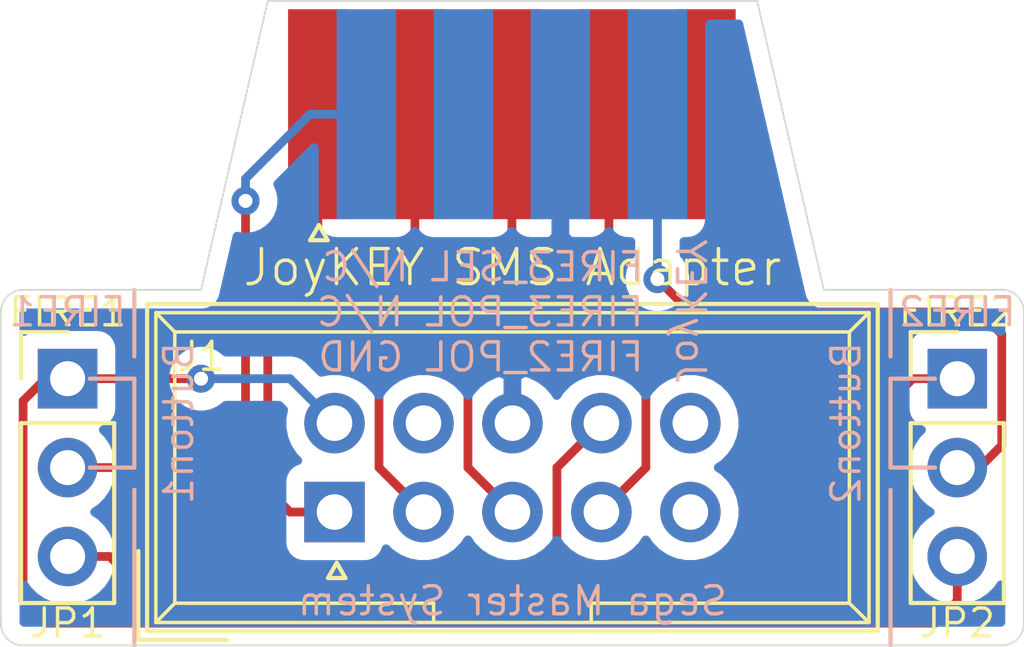
<source format=kicad_pcb>
(kicad_pcb (version 20171130) (host pcbnew "(5.1.8)-1")

  (general
    (thickness 1.6)
    (drawings 32)
    (tracks 58)
    (zones 0)
    (modules 4)
    (nets 10)
  )

  (page A4)
  (layers
    (0 F.Cu signal hide)
    (31 B.Cu signal hide)
    (32 B.Adhes user)
    (33 F.Adhes user)
    (34 B.Paste user)
    (35 F.Paste user)
    (36 B.SilkS user)
    (37 F.SilkS user)
    (38 B.Mask user)
    (39 F.Mask user)
    (40 Dwgs.User user)
    (41 Cmts.User user)
    (42 Eco1.User user)
    (43 Eco2.User user)
    (44 Edge.Cuts user)
    (45 Margin user)
    (46 B.CrtYd user)
    (47 F.CrtYd user)
    (48 B.Fab user)
    (49 F.Fab user)
  )

  (setup
    (last_trace_width 0.25)
    (trace_clearance 0.2)
    (zone_clearance 0.508)
    (zone_45_only no)
    (trace_min 0.2)
    (via_size 0.8)
    (via_drill 0.4)
    (via_min_size 0.4)
    (via_min_drill 0.3)
    (uvia_size 0.3)
    (uvia_drill 0.1)
    (uvias_allowed no)
    (uvia_min_size 0.2)
    (uvia_min_drill 0.1)
    (edge_width 0.05)
    (segment_width 0.2)
    (pcb_text_width 0.3)
    (pcb_text_size 1.5 1.5)
    (mod_edge_width 0.12)
    (mod_text_size 1 1)
    (mod_text_width 0.15)
    (pad_size 1.524 1.524)
    (pad_drill 0.762)
    (pad_to_mask_clearance 0)
    (aux_axis_origin 0 0)
    (visible_elements 7FFFFFFF)
    (pcbplotparams
      (layerselection 0x011fc_ffffffff)
      (usegerberextensions true)
      (usegerberattributes false)
      (usegerberadvancedattributes false)
      (creategerberjobfile false)
      (excludeedgelayer true)
      (linewidth 0.100000)
      (plotframeref false)
      (viasonmask false)
      (mode 1)
      (useauxorigin false)
      (hpglpennumber 1)
      (hpglpenspeed 20)
      (hpglpendiameter 15.000000)
      (psnegative false)
      (psa4output false)
      (plotreference true)
      (plotvalue true)
      (plotinvisibletext false)
      (padsonsilk false)
      (subtractmaskfromsilk false)
      (outputformat 1)
      (mirror false)
      (drillshape 0)
      (scaleselection 1)
      (outputdirectory "export/"))
  )

  (net 0 "")
  (net 1 GND)
  (net 2 /UP)
  (net 3 /DOWN)
  (net 4 /LEFT)
  (net 5 /RIGHT)
  (net 6 /FIRE1)
  (net 7 /FIRE2)
  (net 8 /FIRE1_IN)
  (net 9 /FIRE2_IN)

  (net_class Default "This is the default net class."
    (clearance 0.2)
    (trace_width 0.25)
    (via_dia 0.8)
    (via_drill 0.4)
    (uvia_dia 0.3)
    (uvia_drill 0.1)
    (add_net /DOWN)
    (add_net /FIRE1)
    (add_net /FIRE1_IN)
    (add_net /FIRE2)
    (add_net /FIRE2_IN)
    (add_net /LEFT)
    (add_net /RIGHT)
    (add_net /UP)
    (add_net GND)
  )

  (module RND_DSUB:DSUB-9_Female_Edge (layer F.Cu) (tedit 5FF655D5) (tstamp 5FD2AA8D)
    (at 142.24 78.105)
    (descr "Straight DE-9 connector, the blue kind with metal shield removed (solder to pads).")
    (tags "9-pin D-Sub connector straight vertical THT male pitch 2.77x2.84mm mounting holes distance 25mm")
    (path /5FD232F5)
    (fp_text reference J2 (at 0 -4.445 180) (layer F.SilkS)
      (effects (font (size 1 1) (thickness 0.15)))
    )
    (fp_text value SMS (at 0 -5.715 180) (layer F.Fab)
      (effects (font (size 1 1) (thickness 0.15)))
    )
    (fp_text user %R (at 4.1755 1.4375 180) (layer F.Fab)
      (effects (font (size 1 1) (thickness 0.15)))
    )
    (fp_arc (start -5.373321 -2.7889) (end -5.373321 -4.4489) (angle -80) (layer Dwgs.User) (width 0.12))
    (fp_arc (start 5.291521 -2.7889) (end 5.291521 -4.4489) (angle 80) (layer Dwgs.User) (width 0.12))
    (fp_arc (start -6.272589 2.3111) (end -6.272589 3.9711) (angle 100) (layer Dwgs.User) (width 0.12))
    (fp_arc (start 6.190789 2.3111) (end 6.190789 3.9711) (angle -100) (layer Dwgs.User) (width 0.12))
    (fp_arc (start -5.410227 -2.7889) (end -5.410227 -4.3889) (angle -80) (layer F.Fab) (width 0.1))
    (fp_arc (start 5.277627 -2.7889) (end 5.277627 -4.3889) (angle 80) (layer F.Fab) (width 0.1))
    (fp_arc (start -6.309494 2.3111) (end -6.309494 3.9111) (angle 100) (layer F.Fab) (width 0.1))
    (fp_arc (start 6.176894 2.3111) (end 6.176894 3.9111) (angle -100) (layer F.Fab) (width 0.1))
    (fp_line (start -8.001 4.064) (end 8.001 4.064) (layer F.CrtYd) (width 0.05))
    (fp_line (start -8.001 -4.572) (end -8.001 4.064) (layer F.CrtYd) (width 0.05))
    (fp_line (start 8.001 -4.572) (end -8.001 -4.572) (layer F.CrtYd) (width 0.05))
    (fp_line (start 8.001 4.064) (end 8.001 -4.572) (layer F.CrtYd) (width 0.05))
    (fp_line (start 7.82557 2.022844) (end 6.926302 -3.077156) (layer Dwgs.User) (width 0.12))
    (fp_line (start -7.90737 2.022844) (end -7.008102 -3.077156) (layer Dwgs.User) (width 0.12))
    (fp_line (start 5.291521 -4.4489) (end -5.373321 -4.4489) (layer Dwgs.User) (width 0.12))
    (fp_line (start 6.190789 3.9711) (end -6.272589 3.9711) (layer Dwgs.User) (width 0.12))
    (fp_line (start 7.752587 2.033263) (end 6.853319 -3.066737) (layer F.Fab) (width 0.1))
    (fp_line (start -7.885187 2.033263) (end -6.985919 -3.066737) (layer F.Fab) (width 0.1))
    (fp_line (start 5.277627 -4.3889) (end -5.410227 -4.3889) (layer F.Fab) (width 0.1))
    (fp_line (start 6.176894 3.9111) (end -6.309494 3.9111) (layer F.Fab) (width 0.1))
    (fp_line (start -5.5245 3.230425) (end -5.2745 3.663438) (layer F.SilkS) (width 0.12))
    (fp_line (start -5.7745 3.663438) (end -5.5245 3.230425) (layer F.SilkS) (width 0.12))
    (fp_line (start -5.2745 3.663438) (end -5.7745 3.663438) (layer F.SilkS) (width 0.12))
    (pad 6 smd rect (at -4.1705 0.0635 180) (size 1.7 6) (layers B.Cu B.Paste B.Mask)
      (net 6 /FIRE1))
    (pad 7 smd rect (at -1.4005 0.0635 180) (size 1.7 6) (layers B.Cu B.Paste B.Mask))
    (pad 8 smd rect (at 1.3695 0.0635 180) (size 1.7 6) (layers B.Cu B.Paste B.Mask)
      (net 1 GND))
    (pad 9 smd rect (at 4.1395 0.0635 180) (size 1.7 6) (layers B.Cu B.Paste B.Mask)
      (net 7 /FIRE2))
    (pad 1 smd rect (at -5.5555 0.0635 180) (size 1.7 6) (layers F.Cu F.Paste F.Mask)
      (net 2 /UP))
    (pad 2 smd rect (at -2.7855 0.0635 180) (size 1.7 6) (layers F.Cu F.Paste F.Mask)
      (net 3 /DOWN))
    (pad 3 smd rect (at -0.0155 0.0635 180) (size 1.7 6) (layers F.Cu F.Paste F.Mask)
      (net 4 /LEFT))
    (pad 4 smd rect (at 2.7545 0.0635 180) (size 1.7 6) (layers F.Cu F.Paste F.Mask)
      (net 5 /RIGHT))
    (pad 5 smd rect (at 5.5245 0.0635 180) (size 1.7 6) (layers F.Cu F.Paste F.Mask))
    (model ${KISYS3DMOD}/Connectors_DSub.3dshapes/DSUB-9_Male_Vertical_Pitch2.77x2.84mm.wrl
      (at (xyz 0 0 0))
      (scale (xyz 1 1 1))
      (rotate (xyz 0 0 0))
    )
  )

  (module Pin_Headers:Pin_Header_Straight_1x03_Pitch2.54mm (layer F.Cu) (tedit 59650532) (tstamp 5FD2B363)
    (at 154.94 85.725)
    (descr "Through hole straight pin header, 1x03, 2.54mm pitch, single row")
    (tags "Through hole pin header THT 1x03 2.54mm single row")
    (path /5FD30CB5)
    (fp_text reference JP2 (at 0 6.985) (layer F.SilkS)
      (effects (font (size 0.8 0.8) (thickness 0.1)))
    )
    (fp_text value FIRE2_SEL (at 0 8.255) (layer F.SilkS)
      (effects (font (size 0.8 0.8) (thickness 0.1)))
    )
    (fp_line (start 1.8 -1.8) (end -1.8 -1.8) (layer F.CrtYd) (width 0.05))
    (fp_line (start 1.8 6.85) (end 1.8 -1.8) (layer F.CrtYd) (width 0.05))
    (fp_line (start -1.8 6.85) (end 1.8 6.85) (layer F.CrtYd) (width 0.05))
    (fp_line (start -1.8 -1.8) (end -1.8 6.85) (layer F.CrtYd) (width 0.05))
    (fp_line (start -1.33 -1.33) (end 0 -1.33) (layer F.SilkS) (width 0.12))
    (fp_line (start -1.33 0) (end -1.33 -1.33) (layer F.SilkS) (width 0.12))
    (fp_line (start -1.33 1.27) (end 1.33 1.27) (layer F.SilkS) (width 0.12))
    (fp_line (start 1.33 1.27) (end 1.33 6.41) (layer F.SilkS) (width 0.12))
    (fp_line (start -1.33 1.27) (end -1.33 6.41) (layer F.SilkS) (width 0.12))
    (fp_line (start -1.33 6.41) (end 1.33 6.41) (layer F.SilkS) (width 0.12))
    (fp_line (start -1.27 -0.635) (end -0.635 -1.27) (layer F.Fab) (width 0.1))
    (fp_line (start -1.27 6.35) (end -1.27 -0.635) (layer F.Fab) (width 0.1))
    (fp_line (start 1.27 6.35) (end -1.27 6.35) (layer F.Fab) (width 0.1))
    (fp_line (start 1.27 -1.27) (end 1.27 6.35) (layer F.Fab) (width 0.1))
    (fp_line (start -0.635 -1.27) (end 1.27 -1.27) (layer F.Fab) (width 0.1))
    (fp_text user %R (at 0 2.54 90) (layer F.Fab)
      (effects (font (size 1 1) (thickness 0.15)))
    )
    (pad 1 thru_hole rect (at 0 0) (size 1.7 1.7) (drill 1) (layers *.Cu *.Mask)
      (net 9 /FIRE2_IN))
    (pad 2 thru_hole oval (at 0 2.54) (size 1.7 1.7) (drill 1) (layers *.Cu *.Mask)
      (net 7 /FIRE2))
    (pad 3 thru_hole oval (at 0 5.08) (size 1.7 1.7) (drill 1) (layers *.Cu *.Mask)
      (net 8 /FIRE1_IN))
    (model ${KISYS3DMOD}/Pin_Headers.3dshapes/Pin_Header_Straight_1x03_Pitch2.54mm.wrl
      (at (xyz 0 0 0))
      (scale (xyz 1 1 1))
      (rotate (xyz 0 0 0))
    )
  )

  (module "C64 IDC:IDC_Joystick" (layer F.Cu) (tedit 5FD29ED6) (tstamp 5FD2915C)
    (at 137.16 89.535 90)
    (descr "Through hole straight IDC box header, 2x05, 2.54mm pitch, double rows")
    (tags "Through hole IDC box header THT 2x05 2.54mm double row")
    (path /5FD1F19D)
    (fp_text reference J1 (at 4.445 -3.81 180) (layer F.SilkS)
      (effects (font (size 0.8 0.8) (thickness 0.1)))
    )
    (fp_text value JoyKEY (at 1.27 16.764 90) (layer F.Fab)
      (effects (font (size 1 1) (thickness 0.15)))
    )
    (fp_line (start 5.695 -5.1) (end 5.695 15.26) (layer F.SilkS) (width 0.1))
    (fp_line (start 5.145 -4.56) (end 5.145 14.7) (layer F.SilkS) (width 0.1))
    (fp_line (start -3.155 -5.1) (end -3.155 15.26) (layer F.SilkS) (width 0.1))
    (fp_line (start -2.605 -4.56) (end -2.605 2.83) (layer F.SilkS) (width 0.1))
    (fp_line (start -2.605 7.33) (end -2.605 14.7) (layer F.SilkS) (width 0.1))
    (fp_line (start -2.605 2.83) (end -3.155 2.83) (layer F.SilkS) (width 0.1))
    (fp_line (start -2.605 7.33) (end -3.155 7.33) (layer F.SilkS) (width 0.1))
    (fp_line (start 5.695 -5.1) (end -3.155 -5.1) (layer F.SilkS) (width 0.1))
    (fp_line (start 5.145 -4.56) (end -2.605 -4.56) (layer F.SilkS) (width 0.1))
    (fp_line (start 5.695 15.26) (end -3.155 15.26) (layer F.SilkS) (width 0.1))
    (fp_line (start 5.145 14.7) (end -2.605 14.7) (layer F.SilkS) (width 0.1))
    (fp_line (start 5.695 -5.1) (end 5.145 -4.56) (layer F.SilkS) (width 0.1))
    (fp_line (start 5.695 15.26) (end 5.145 14.7) (layer F.SilkS) (width 0.1))
    (fp_line (start -3.155 -5.1) (end -2.605 -4.56) (layer F.SilkS) (width 0.1))
    (fp_line (start -3.155 15.26) (end -2.605 14.7) (layer F.SilkS) (width 0.1))
    (fp_line (start 5.95 -5.35) (end 5.95 15.51) (layer F.CrtYd) (width 0.05))
    (fp_line (start 5.95 15.51) (end -3.41 15.51) (layer F.CrtYd) (width 0.05))
    (fp_line (start -3.41 15.51) (end -3.41 -5.35) (layer F.CrtYd) (width 0.05))
    (fp_line (start -3.41 -5.35) (end 5.95 -5.35) (layer F.CrtYd) (width 0.05))
    (fp_line (start 5.945 -5.35) (end 5.945 15.51) (layer F.SilkS) (width 0.12))
    (fp_line (start 5.945 15.51) (end -3.405 15.51) (layer F.SilkS) (width 0.12))
    (fp_line (start -3.405 15.51) (end -3.405 -5.35) (layer F.SilkS) (width 0.12))
    (fp_line (start -3.405 -5.35) (end 5.945 -5.35) (layer F.SilkS) (width 0.12))
    (fp_line (start -3.655 -5.6) (end -3.655 -3.06) (layer F.SilkS) (width 0.12))
    (fp_line (start -3.655 -5.6) (end -1.115 -5.6) (layer F.SilkS) (width 0.12))
    (fp_line (start -1.452425 0.0635) (end -1.885438 0.3135) (layer F.SilkS) (width 0.12))
    (fp_line (start -1.885438 -0.1865) (end -1.452425 0.0635) (layer F.SilkS) (width 0.12))
    (fp_line (start -1.885438 0.3135) (end -1.885438 -0.1865) (layer F.SilkS) (width 0.12))
    (fp_text user %R (at 1.27 5.08 90) (layer F.Fab)
      (effects (font (size 1 1) (thickness 0.15)))
    )
    (pad 10 thru_hole oval (at 2.54 10.16 90) (size 1.7272 1.7272) (drill 1.016) (layers *.Cu *.Mask))
    (pad 9 thru_hole oval (at 2.54 7.62 90) (size 1.7272 1.7272) (drill 1.016) (layers *.Cu *.Mask)
      (net 9 /FIRE2_IN))
    (pad 8 thru_hole oval (at 2.54 5.08 90) (size 1.7272 1.7272) (drill 1.016) (layers *.Cu *.Mask)
      (net 1 GND))
    (pad 7 thru_hole oval (at 2.54 2.54 90) (size 1.7272 1.7272) (drill 1.016) (layers *.Cu *.Mask))
    (pad 6 thru_hole oval (at 2.54 0 90) (size 1.7272 1.7272) (drill 1.016) (layers *.Cu *.Mask)
      (net 8 /FIRE1_IN))
    (pad 5 thru_hole oval (at 0 10.16 90) (size 1.7272 1.7272) (drill 1.016) (layers *.Cu *.Mask))
    (pad 4 thru_hole oval (at 0 7.62 90) (size 1.7272 1.7272) (drill 1.016) (layers *.Cu *.Mask)
      (net 5 /RIGHT))
    (pad 3 thru_hole oval (at 0 5.08 90) (size 1.7272 1.7272) (drill 1.016) (layers *.Cu *.Mask)
      (net 4 /LEFT))
    (pad 2 thru_hole oval (at 0 2.54 90) (size 1.7272 1.7272) (drill 1.016) (layers *.Cu *.Mask)
      (net 3 /DOWN))
    (pad 1 thru_hole rect (at 0 0 90) (size 1.7272 1.7272) (drill 1.016) (layers *.Cu *.Mask)
      (net 2 /UP))
    (model ${KISYS3DMOD}/Connector_IDC.3dshapes/IDC-Header_2x05_P2.54mm_Vertical.wrl
      (at (xyz 0 0 0))
      (scale (xyz 1 1 1))
      (rotate (xyz 0 0 0))
    )
  )

  (module Pin_Headers:Pin_Header_Straight_1x03_Pitch2.54mm (layer F.Cu) (tedit 59650532) (tstamp 5FD2B1CC)
    (at 129.54 85.725)
    (descr "Through hole straight pin header, 1x03, 2.54mm pitch, single row")
    (tags "Through hole pin header THT 1x03 2.54mm single row")
    (path /5FD2FDB9)
    (fp_text reference JP1 (at 0 6.985) (layer F.SilkS)
      (effects (font (size 0.8 0.8) (thickness 0.1)))
    )
    (fp_text value FIRE1_SEL (at 0 8.255) (layer F.SilkS)
      (effects (font (size 0.8 0.8) (thickness 0.1)))
    )
    (fp_line (start -0.635 -1.27) (end 1.27 -1.27) (layer F.Fab) (width 0.1))
    (fp_line (start 1.27 -1.27) (end 1.27 6.35) (layer F.Fab) (width 0.1))
    (fp_line (start 1.27 6.35) (end -1.27 6.35) (layer F.Fab) (width 0.1))
    (fp_line (start -1.27 6.35) (end -1.27 -0.635) (layer F.Fab) (width 0.1))
    (fp_line (start -1.27 -0.635) (end -0.635 -1.27) (layer F.Fab) (width 0.1))
    (fp_line (start -1.33 6.41) (end 1.33 6.41) (layer F.SilkS) (width 0.12))
    (fp_line (start -1.33 1.27) (end -1.33 6.41) (layer F.SilkS) (width 0.12))
    (fp_line (start 1.33 1.27) (end 1.33 6.41) (layer F.SilkS) (width 0.12))
    (fp_line (start -1.33 1.27) (end 1.33 1.27) (layer F.SilkS) (width 0.12))
    (fp_line (start -1.33 0) (end -1.33 -1.33) (layer F.SilkS) (width 0.12))
    (fp_line (start -1.33 -1.33) (end 0 -1.33) (layer F.SilkS) (width 0.12))
    (fp_line (start -1.8 -1.8) (end -1.8 6.85) (layer F.CrtYd) (width 0.05))
    (fp_line (start -1.8 6.85) (end 1.8 6.85) (layer F.CrtYd) (width 0.05))
    (fp_line (start 1.8 6.85) (end 1.8 -1.8) (layer F.CrtYd) (width 0.05))
    (fp_line (start 1.8 -1.8) (end -1.8 -1.8) (layer F.CrtYd) (width 0.05))
    (fp_text user %R (at 0 2.54 90) (layer F.Fab)
      (effects (font (size 1 1) (thickness 0.15)))
    )
    (pad 3 thru_hole oval (at 0 5.08) (size 1.7 1.7) (drill 1) (layers *.Cu *.Mask)
      (net 9 /FIRE2_IN))
    (pad 2 thru_hole oval (at 0 2.54) (size 1.7 1.7) (drill 1) (layers *.Cu *.Mask)
      (net 6 /FIRE1))
    (pad 1 thru_hole rect (at 0 0) (size 1.7 1.7) (drill 1) (layers *.Cu *.Mask)
      (net 8 /FIRE1_IN))
    (model ${KISYS3DMOD}/Pin_Headers.3dshapes/Pin_Header_Straight_1x03_Pitch2.54mm.wrl
      (at (xyz 0 0 0))
      (scale (xyz 1 1 1))
      (rotate (xyz 0 0 0))
    )
  )

  (gr_text "Sega Master System" (at 142.24 92.075) (layer B.SilkS) (tstamp 5FF6B65F)
    (effects (font (size 0.8 0.8) (thickness 0.1)) (justify mirror))
  )
  (gr_text FIRE1 (at 129.54 83.82) (layer F.SilkS) (tstamp 5FD2C7BE)
    (effects (font (size 0.8 0.8) (thickness 0.1)))
  )
  (gr_text FIRE2 (at 154.94 83.82) (layer F.SilkS) (tstamp 5FD2C7BA)
    (effects (font (size 0.8 0.8) (thickness 0.1)))
  )
  (gr_text JoyKEY (at 147.32 83.82 270) (layer B.SilkS) (tstamp 5FD2C5BA)
    (effects (font (size 0.8 0.8) (thickness 0.1)) (justify mirror))
  )
  (gr_text "FIRE3_SEL N/C\nFIRE3_POL N/C\nFIRE2_POL GND" (at 146.05 83.82) (layer B.SilkS)
    (effects (font (size 0.8 0.8) (thickness 0.1)) (justify left mirror))
  )
  (gr_line (start 153.035 93.345) (end 153.035 88.9) (layer B.SilkS) (width 0.12) (tstamp 5FD2C21A))
  (gr_text Button2 (at 151.765 86.995 90) (layer B.SilkS) (tstamp 5FD2C19C)
    (effects (font (size 0.8 0.8) (thickness 0.1)) (justify mirror))
  )
  (gr_text FIRE2 (at 154.94 83.82) (layer B.SilkS) (tstamp 5FD2C196)
    (effects (font (size 0.8 0.8) (thickness 0.1)) (justify mirror))
  )
  (gr_text FIRE1 (at 129.54 83.82) (layer B.SilkS) (tstamp 5FD2C0ED)
    (effects (font (size 0.8 0.8) (thickness 0.1)) (justify mirror))
  )
  (gr_text Button1 (at 132.715 86.995 90) (layer B.SilkS)
    (effects (font (size 0.8 0.8) (thickness 0.1)) (justify mirror))
  )
  (gr_line (start 153.035 88.265) (end 154.305 88.265) (layer B.SilkS) (width 0.12))
  (gr_line (start 153.035 85.725) (end 153.035 88.265) (layer B.SilkS) (width 0.12))
  (gr_line (start 153.035 85.725) (end 154.305 85.725) (layer B.SilkS) (width 0.12))
  (gr_line (start 153.035 83.185) (end 153.035 85.09) (layer B.SilkS) (width 0.12))
  (gr_line (start 131.445 88.9) (end 131.445 93.345) (layer B.SilkS) (width 0.12))
  (gr_line (start 131.445 88.265) (end 130.175 88.265) (layer B.SilkS) (width 0.12))
  (gr_line (start 131.445 85.725) (end 131.445 88.265) (layer B.SilkS) (width 0.12))
  (gr_line (start 130.175 85.725) (end 131.445 85.725) (layer B.SilkS) (width 0.12))
  (gr_line (start 131.445 83.185) (end 131.445 85.09) (layer B.SilkS) (width 0.12))
  (gr_text "JoyKEY SMS Adapter" (at 142.24 82.55) (layer F.SilkS)
    (effects (font (size 1 1) (thickness 0.1)))
  )
  (gr_line (start 151.13 83.185) (end 156.21 83.185) (layer Edge.Cuts) (width 0.05) (tstamp 5FD2B03F))
  (gr_line (start 133.35 83.185) (end 128.27 83.185) (layer Edge.Cuts) (width 0.05) (tstamp 5FD2B03E))
  (gr_arc (start 156.21 83.82) (end 156.845 83.82) (angle -90) (layer Edge.Cuts) (width 0.05) (tstamp 5FD2B027))
  (gr_arc (start 128.27 83.82) (end 128.27 83.185) (angle -90) (layer Edge.Cuts) (width 0.05) (tstamp 5FD2B027))
  (gr_arc (start 128.27 92.71) (end 127.635 92.71) (angle -90) (layer Edge.Cuts) (width 0.05) (tstamp 5FD2B027))
  (gr_arc (start 156.21 92.71) (end 156.21 93.345) (angle -90) (layer Edge.Cuts) (width 0.05))
  (gr_line (start 149.225 74.93) (end 151.13 83.185) (layer Edge.Cuts) (width 0.05))
  (gr_line (start 135.255 74.93) (end 133.35 83.185) (layer Edge.Cuts) (width 0.05))
  (gr_line (start 156.845 83.82) (end 156.845 92.71) (layer Edge.Cuts) (width 0.05) (tstamp 5FD2AFB5))
  (gr_line (start 135.255 74.93) (end 149.225 74.93) (layer Edge.Cuts) (width 0.05))
  (gr_line (start 127.635 92.71) (end 127.635 83.82) (layer Edge.Cuts) (width 0.05))
  (gr_line (start 156.21 93.345) (end 128.27 93.345) (layer Edge.Cuts) (width 0.05))

  (segment (start 136.6845 81.4185) (end 135.255 82.848) (width 0.25) (layer F.Cu) (net 2))
  (segment (start 136.6845 78.1685) (end 136.6845 81.4185) (width 0.25) (layer F.Cu) (net 2) (status 10))
  (segment (start 135.255 88.9) (end 135.89 89.535) (width 0.25) (layer F.Cu) (net 2))
  (segment (start 135.255 82.848) (end 135.255 88.9) (width 0.25) (layer F.Cu) (net 2))
  (segment (start 135.89 89.535) (end 137.16 89.535) (width 0.25) (layer F.Cu) (net 2) (status 20))
  (segment (start 138.43 88.265) (end 139.7 89.535) (width 0.25) (layer F.Cu) (net 3) (status 20))
  (segment (start 138.43 85.725) (end 138.43 88.265) (width 0.25) (layer F.Cu) (net 3))
  (segment (start 139.4545 84.7005) (end 138.43 85.725) (width 0.25) (layer F.Cu) (net 3))
  (segment (start 139.4545 78.1685) (end 139.4545 84.7005) (width 0.25) (layer F.Cu) (net 3) (status 10))
  (segment (start 140.97 88.265) (end 142.24 89.535) (width 0.25) (layer F.Cu) (net 4))
  (segment (start 140.97 85.725) (end 140.97 88.265) (width 0.25) (layer F.Cu) (net 4))
  (segment (start 142.2245 78.1685) (end 142.2245 84.4705) (width 0.25) (layer F.Cu) (net 4))
  (segment (start 142.2245 84.4705) (end 140.97 85.725) (width 0.25) (layer F.Cu) (net 4))
  (segment (start 144.9945 78.1685) (end 144.9945 84.6695) (width 0.25) (layer F.Cu) (net 5) (status 10))
  (segment (start 144.9945 84.6695) (end 146.05 85.725) (width 0.25) (layer F.Cu) (net 5))
  (segment (start 146.05 88.265) (end 144.78 89.535) (width 0.25) (layer F.Cu) (net 5) (status 20))
  (segment (start 146.05 85.725) (end 146.05 88.265) (width 0.25) (layer F.Cu) (net 5))
  (segment (start 138.0695 78.1685) (end 136.4615 78.1685) (width 0.25) (layer B.Cu) (net 6) (status 10))
  (via (at 134.62 80.645) (size 0.8) (drill 0.4) (layers F.Cu B.Cu) (net 6))
  (segment (start 136.4615 78.1685) (end 134.62 80.01) (width 0.25) (layer B.Cu) (net 6))
  (segment (start 134.62 80.01) (end 134.62 80.645) (width 0.25) (layer B.Cu) (net 6))
  (segment (start 132.08 88.265) (end 129.54 88.265) (width 0.25) (layer F.Cu) (net 6) (status 20))
  (segment (start 133.985 88.265) (end 132.08 88.265) (width 0.25) (layer F.Cu) (net 6))
  (segment (start 134.62 80.645) (end 134.62 87.63) (width 0.25) (layer F.Cu) (net 6))
  (segment (start 134.62 87.63) (end 133.985 88.265) (width 0.25) (layer F.Cu) (net 6))
  (segment (start 146.3795 78.1685) (end 146.3795 82.8795) (width 0.25) (layer B.Cu) (net 7) (status 10))
  (via (at 146.3795 82.8795) (size 0.8) (drill 0.4) (layers F.Cu B.Cu) (net 7))
  (segment (start 155.575 88.265) (end 154.94 88.265) (width 0.25) (layer F.Cu) (net 7))
  (segment (start 147.32 83.82) (end 155.575 83.82) (width 0.25) (layer F.Cu) (net 7))
  (segment (start 146.3795 82.8795) (end 147.32 83.82) (width 0.25) (layer F.Cu) (net 7))
  (segment (start 156.21 84.455) (end 156.21 87.63) (width 0.25) (layer F.Cu) (net 7))
  (segment (start 155.575 83.82) (end 156.21 84.455) (width 0.25) (layer F.Cu) (net 7))
  (segment (start 156.21 87.63) (end 155.575 88.265) (width 0.25) (layer F.Cu) (net 7))
  (segment (start 135.89 85.725) (end 137.16 86.995) (width 0.25) (layer B.Cu) (net 8) (status 20))
  (segment (start 128.905 85.725) (end 128.27 86.36) (width 0.25) (layer F.Cu) (net 8) (status 10))
  (segment (start 129.54 85.725) (end 128.905 85.725) (width 0.25) (layer F.Cu) (net 8) (status 30))
  (segment (start 128.27 86.36) (end 128.27 92.075) (width 0.25) (layer F.Cu) (net 8))
  (segment (start 128.27 92.075) (end 128.905 92.71) (width 0.25) (layer F.Cu) (net 8))
  (via (at 133.35 85.725) (size 0.8) (drill 0.4) (layers F.Cu B.Cu) (net 8))
  (segment (start 133.35 85.725) (end 135.89 85.725) (width 0.25) (layer B.Cu) (net 8))
  (segment (start 133.35 85.725) (end 129.54 85.725) (width 0.25) (layer F.Cu) (net 8) (status 20))
  (segment (start 128.905 92.71) (end 154.305 92.71) (width 0.25) (layer F.Cu) (net 8))
  (segment (start 154.305 92.71) (end 154.94 92.075) (width 0.25) (layer F.Cu) (net 8))
  (segment (start 154.94 92.075) (end 154.94 90.805) (width 0.25) (layer F.Cu) (net 8))
  (segment (start 132.012081 92.075) (end 142.24 92.075) (width 0.25) (layer F.Cu) (net 9))
  (segment (start 129.54 90.805) (end 130.742081 90.805) (width 0.25) (layer F.Cu) (net 9) (status 10))
  (segment (start 130.742081 90.805) (end 132.012081 92.075) (width 0.25) (layer F.Cu) (net 9))
  (segment (start 142.24 92.075) (end 142.875 92.075) (width 0.25) (layer F.Cu) (net 9))
  (segment (start 153.67 85.725) (end 153.035 86.36) (width 0.25) (layer F.Cu) (net 9))
  (segment (start 154.94 85.725) (end 153.67 85.725) (width 0.25) (layer F.Cu) (net 9))
  (segment (start 153.035 86.36) (end 153.035 91.44) (width 0.25) (layer F.Cu) (net 9))
  (segment (start 153.035 91.44) (end 152.4 92.075) (width 0.25) (layer F.Cu) (net 9))
  (segment (start 147.32 92.075) (end 142.875 92.075) (width 0.25) (layer F.Cu) (net 9))
  (segment (start 152.4 92.075) (end 147.32 92.075) (width 0.25) (layer F.Cu) (net 9))
  (segment (start 143.51 90.805) (end 143.51 88.265) (width 0.25) (layer F.Cu) (net 9))
  (segment (start 143.51 88.265) (end 144.78 86.995) (width 0.25) (layer F.Cu) (net 9))
  (segment (start 142.875 91.44) (end 143.51 90.805) (width 0.25) (layer F.Cu) (net 9))
  (segment (start 142.875 91.44) (end 142.24 92.075) (width 0.25) (layer F.Cu) (net 9))

  (zone (net 1) (net_name GND) (layer B.Cu) (tstamp 5FD2C44D) (hatch edge 0.508)
    (connect_pads (clearance 0.508))
    (min_thickness 0.254)
    (fill yes (arc_segments 32) (thermal_gap 0.508) (thermal_bridge_width 0.508))
    (polygon
      (pts
        (xy 166.37 105.41) (xy 120.015 105.41) (xy 120.015 65.405) (xy 166.37 65.405)
      )
    )
    (filled_polygon
      (pts
        (xy 150.477345 83.291998) (xy 150.47955 83.314383) (xy 150.491926 83.355179) (xy 150.494191 83.364996) (xy 150.501342 83.386222)
        (xy 150.51729 83.438793) (xy 150.522064 83.447725) (xy 150.5253 83.457329) (xy 150.552673 83.50499) (xy 150.578575 83.55345)
        (xy 150.585003 83.561282) (xy 150.590048 83.570067) (xy 150.626194 83.611473) (xy 150.661052 83.653948) (xy 150.668881 83.660373)
        (xy 150.675545 83.668007) (xy 150.719072 83.701564) (xy 150.76155 83.736425) (xy 150.770486 83.741201) (xy 150.778508 83.747386)
        (xy 150.827744 83.771806) (xy 150.876207 83.79771) (xy 150.8859 83.80065) (xy 150.894978 83.805153) (xy 150.948027 83.819497)
        (xy 151.000617 83.83545) (xy 151.010703 83.836443) (xy 151.02048 83.839087) (xy 151.075307 83.842806) (xy 151.097581 83.845)
        (xy 151.107646 83.845) (xy 151.15019 83.847886) (xy 151.172503 83.845) (xy 156.177725 83.845) (xy 156.184513 83.845666)
        (xy 156.185 83.850301) (xy 156.185 84.377705) (xy 156.144494 84.344463) (xy 156.03418 84.285498) (xy 155.914482 84.249188)
        (xy 155.79 84.236928) (xy 154.09 84.236928) (xy 153.965518 84.249188) (xy 153.84582 84.285498) (xy 153.735506 84.344463)
        (xy 153.638815 84.423815) (xy 153.559463 84.520506) (xy 153.500498 84.63082) (xy 153.464188 84.750518) (xy 153.451928 84.875)
        (xy 153.451928 86.575) (xy 153.464188 86.699482) (xy 153.500498 86.81918) (xy 153.559463 86.929494) (xy 153.638815 87.026185)
        (xy 153.735506 87.105537) (xy 153.84582 87.164502) (xy 153.91838 87.186513) (xy 153.786525 87.318368) (xy 153.62401 87.561589)
        (xy 153.512068 87.831842) (xy 153.455 88.11874) (xy 153.455 88.41126) (xy 153.512068 88.698158) (xy 153.62401 88.968411)
        (xy 153.786525 89.211632) (xy 153.993368 89.418475) (xy 154.16776 89.535) (xy 153.993368 89.651525) (xy 153.786525 89.858368)
        (xy 153.62401 90.101589) (xy 153.512068 90.371842) (xy 153.455 90.65874) (xy 153.455 90.95126) (xy 153.512068 91.238158)
        (xy 153.62401 91.508411) (xy 153.786525 91.751632) (xy 153.993368 91.958475) (xy 154.236589 92.12099) (xy 154.506842 92.232932)
        (xy 154.79374 92.29) (xy 155.08626 92.29) (xy 155.373158 92.232932) (xy 155.643411 92.12099) (xy 155.886632 91.958475)
        (xy 156.093475 91.751632) (xy 156.185001 91.614654) (xy 156.185001 92.677715) (xy 156.184335 92.684513) (xy 156.179699 92.685)
        (xy 128.302275 92.685) (xy 128.295487 92.684335) (xy 128.295 92.679699) (xy 128.295 91.614655) (xy 128.386525 91.751632)
        (xy 128.593368 91.958475) (xy 128.836589 92.12099) (xy 129.106842 92.232932) (xy 129.39374 92.29) (xy 129.68626 92.29)
        (xy 129.973158 92.232932) (xy 130.243411 92.12099) (xy 130.486632 91.958475) (xy 130.693475 91.751632) (xy 130.85599 91.508411)
        (xy 130.967932 91.238158) (xy 131.025 90.95126) (xy 131.025 90.65874) (xy 130.967932 90.371842) (xy 130.85599 90.101589)
        (xy 130.693475 89.858368) (xy 130.486632 89.651525) (xy 130.31224 89.535) (xy 130.486632 89.418475) (xy 130.693475 89.211632)
        (xy 130.85599 88.968411) (xy 130.967932 88.698158) (xy 131.025 88.41126) (xy 131.025 88.11874) (xy 130.967932 87.831842)
        (xy 130.85599 87.561589) (xy 130.693475 87.318368) (xy 130.56162 87.186513) (xy 130.63418 87.164502) (xy 130.744494 87.105537)
        (xy 130.841185 87.026185) (xy 130.920537 86.929494) (xy 130.979502 86.81918) (xy 131.015812 86.699482) (xy 131.028072 86.575)
        (xy 131.028072 85.623061) (xy 132.315 85.623061) (xy 132.315 85.826939) (xy 132.354774 86.026898) (xy 132.432795 86.215256)
        (xy 132.546063 86.384774) (xy 132.690226 86.528937) (xy 132.859744 86.642205) (xy 133.048102 86.720226) (xy 133.248061 86.76)
        (xy 133.451939 86.76) (xy 133.651898 86.720226) (xy 133.840256 86.642205) (xy 134.009774 86.528937) (xy 134.053711 86.485)
        (xy 135.575199 86.485) (xy 135.707224 86.617026) (xy 135.6614 86.847401) (xy 135.6614 87.142599) (xy 135.71899 87.432125)
        (xy 135.831958 87.704853) (xy 135.995961 87.950302) (xy 136.110023 88.064364) (xy 136.05222 88.081898) (xy 135.941906 88.140863)
        (xy 135.845215 88.220215) (xy 135.765863 88.316906) (xy 135.706898 88.42722) (xy 135.670588 88.546918) (xy 135.658328 88.6714)
        (xy 135.658328 90.3986) (xy 135.670588 90.523082) (xy 135.706898 90.64278) (xy 135.765863 90.753094) (xy 135.845215 90.849785)
        (xy 135.941906 90.929137) (xy 136.05222 90.988102) (xy 136.171918 91.024412) (xy 136.2964 91.036672) (xy 138.0236 91.036672)
        (xy 138.148082 91.024412) (xy 138.26778 90.988102) (xy 138.378094 90.929137) (xy 138.474785 90.849785) (xy 138.554137 90.753094)
        (xy 138.613102 90.64278) (xy 138.630636 90.584977) (xy 138.744698 90.699039) (xy 138.990147 90.863042) (xy 139.262875 90.97601)
        (xy 139.552401 91.0336) (xy 139.847599 91.0336) (xy 140.137125 90.97601) (xy 140.409853 90.863042) (xy 140.655302 90.699039)
        (xy 140.864039 90.490302) (xy 140.97 90.331719) (xy 141.075961 90.490302) (xy 141.284698 90.699039) (xy 141.530147 90.863042)
        (xy 141.802875 90.97601) (xy 142.092401 91.0336) (xy 142.387599 91.0336) (xy 142.677125 90.97601) (xy 142.949853 90.863042)
        (xy 143.195302 90.699039) (xy 143.404039 90.490302) (xy 143.51 90.331719) (xy 143.615961 90.490302) (xy 143.824698 90.699039)
        (xy 144.070147 90.863042) (xy 144.342875 90.97601) (xy 144.632401 91.0336) (xy 144.927599 91.0336) (xy 145.217125 90.97601)
        (xy 145.489853 90.863042) (xy 145.735302 90.699039) (xy 145.944039 90.490302) (xy 146.05 90.331719) (xy 146.155961 90.490302)
        (xy 146.364698 90.699039) (xy 146.610147 90.863042) (xy 146.882875 90.97601) (xy 147.172401 91.0336) (xy 147.467599 91.0336)
        (xy 147.757125 90.97601) (xy 148.029853 90.863042) (xy 148.275302 90.699039) (xy 148.484039 90.490302) (xy 148.648042 90.244853)
        (xy 148.76101 89.972125) (xy 148.8186 89.682599) (xy 148.8186 89.387401) (xy 148.76101 89.097875) (xy 148.648042 88.825147)
        (xy 148.484039 88.579698) (xy 148.275302 88.370961) (xy 148.116719 88.265) (xy 148.275302 88.159039) (xy 148.484039 87.950302)
        (xy 148.648042 87.704853) (xy 148.76101 87.432125) (xy 148.8186 87.142599) (xy 148.8186 86.847401) (xy 148.76101 86.557875)
        (xy 148.648042 86.285147) (xy 148.484039 86.039698) (xy 148.275302 85.830961) (xy 148.029853 85.666958) (xy 147.757125 85.55399)
        (xy 147.467599 85.4964) (xy 147.172401 85.4964) (xy 146.882875 85.55399) (xy 146.610147 85.666958) (xy 146.364698 85.830961)
        (xy 146.155961 86.039698) (xy 146.05 86.198281) (xy 145.944039 86.039698) (xy 145.735302 85.830961) (xy 145.489853 85.666958)
        (xy 145.217125 85.55399) (xy 144.927599 85.4964) (xy 144.632401 85.4964) (xy 144.342875 85.55399) (xy 144.070147 85.666958)
        (xy 143.824698 85.830961) (xy 143.615961 86.039698) (xy 143.505441 86.205103) (xy 143.446817 86.106512) (xy 143.250293 85.888146)
        (xy 143.014944 85.712316) (xy 142.749814 85.585778) (xy 142.599026 85.540042) (xy 142.367 85.661183) (xy 142.367 86.868)
        (xy 142.387 86.868) (xy 142.387 87.122) (xy 142.367 87.122) (xy 142.367 87.142) (xy 142.113 87.142)
        (xy 142.113 87.122) (xy 142.093 87.122) (xy 142.093 86.868) (xy 142.113 86.868) (xy 142.113 85.661183)
        (xy 141.880974 85.540042) (xy 141.730186 85.585778) (xy 141.465056 85.712316) (xy 141.229707 85.888146) (xy 141.033183 86.106512)
        (xy 140.974559 86.205103) (xy 140.864039 86.039698) (xy 140.655302 85.830961) (xy 140.409853 85.666958) (xy 140.137125 85.55399)
        (xy 139.847599 85.4964) (xy 139.552401 85.4964) (xy 139.262875 85.55399) (xy 138.990147 85.666958) (xy 138.744698 85.830961)
        (xy 138.535961 86.039698) (xy 138.43 86.198281) (xy 138.324039 86.039698) (xy 138.115302 85.830961) (xy 137.869853 85.666958)
        (xy 137.597125 85.55399) (xy 137.307599 85.4964) (xy 137.012401 85.4964) (xy 136.782026 85.542224) (xy 136.453804 85.214003)
        (xy 136.430001 85.184999) (xy 136.314276 85.090026) (xy 136.182247 85.019454) (xy 136.038986 84.975997) (xy 135.927333 84.965)
        (xy 135.927322 84.965) (xy 135.89 84.961324) (xy 135.852678 84.965) (xy 134.053711 84.965) (xy 134.009774 84.921063)
        (xy 133.840256 84.807795) (xy 133.651898 84.729774) (xy 133.451939 84.69) (xy 133.248061 84.69) (xy 133.048102 84.729774)
        (xy 132.859744 84.807795) (xy 132.690226 84.921063) (xy 132.546063 85.065226) (xy 132.432795 85.234744) (xy 132.354774 85.423102)
        (xy 132.315 85.623061) (xy 131.028072 85.623061) (xy 131.028072 84.875) (xy 131.015812 84.750518) (xy 130.979502 84.63082)
        (xy 130.920537 84.520506) (xy 130.841185 84.423815) (xy 130.744494 84.344463) (xy 130.63418 84.285498) (xy 130.514482 84.249188)
        (xy 130.39 84.236928) (xy 128.69 84.236928) (xy 128.565518 84.249188) (xy 128.44582 84.285498) (xy 128.335506 84.344463)
        (xy 128.295 84.377705) (xy 128.295 83.852275) (xy 128.295666 83.845487) (xy 128.300301 83.845) (xy 133.307504 83.845)
        (xy 133.32981 83.847885) (xy 133.372339 83.845) (xy 133.382419 83.845) (xy 133.404727 83.842803) (xy 133.459519 83.839086)
        (xy 133.46929 83.836444) (xy 133.479383 83.83545) (xy 133.531994 83.81949) (xy 133.585021 83.805153) (xy 133.594098 83.800651)
        (xy 133.603793 83.79771) (xy 133.652269 83.771799) (xy 133.701491 83.747386) (xy 133.709511 83.741203) (xy 133.71845 83.736425)
        (xy 133.760944 83.701551) (xy 133.804454 83.668007) (xy 133.811116 83.660376) (xy 133.818948 83.653948) (xy 133.853822 83.611454)
        (xy 133.889951 83.570067) (xy 133.894994 83.561286) (xy 133.901425 83.55345) (xy 133.927341 83.504964) (xy 133.954699 83.457329)
        (xy 133.957933 83.44773) (xy 133.96271 83.438793) (xy 133.978667 83.386192) (xy 133.985808 83.364996) (xy 133.98807 83.355193)
        (xy 134.00045 83.314383) (xy 134.002655 83.29199) (xy 134.380947 81.652727) (xy 134.518061 81.68) (xy 134.721939 81.68)
        (xy 134.921898 81.640226) (xy 135.110256 81.562205) (xy 135.279774 81.448937) (xy 135.423937 81.304774) (xy 135.537205 81.135256)
        (xy 135.615226 80.946898) (xy 135.655 80.746939) (xy 135.655 80.543061) (xy 135.615226 80.343102) (xy 135.540969 80.163832)
        (xy 136.581428 79.123374) (xy 136.581428 81.1685) (xy 136.593688 81.292982) (xy 136.629998 81.41268) (xy 136.688963 81.522994)
        (xy 136.768315 81.619685) (xy 136.865006 81.699037) (xy 136.97532 81.758002) (xy 137.095018 81.794312) (xy 137.2195 81.806572)
        (xy 138.9195 81.806572) (xy 139.043982 81.794312) (xy 139.16368 81.758002) (xy 139.273994 81.699037) (xy 139.370685 81.619685)
        (xy 139.450037 81.522994) (xy 139.4545 81.514644) (xy 139.458963 81.522994) (xy 139.538315 81.619685) (xy 139.635006 81.699037)
        (xy 139.74532 81.758002) (xy 139.865018 81.794312) (xy 139.9895 81.806572) (xy 141.6895 81.806572) (xy 141.813982 81.794312)
        (xy 141.93368 81.758002) (xy 142.043994 81.699037) (xy 142.140685 81.619685) (xy 142.220037 81.522994) (xy 142.2245 81.514644)
        (xy 142.228963 81.522994) (xy 142.308315 81.619685) (xy 142.405006 81.699037) (xy 142.51532 81.758002) (xy 142.635018 81.794312)
        (xy 142.7595 81.806572) (xy 143.32375 81.8035) (xy 143.4825 81.64475) (xy 143.4825 78.2955) (xy 143.4625 78.2955)
        (xy 143.4625 78.0415) (xy 143.4825 78.0415) (xy 143.4825 78.0215) (xy 143.7365 78.0215) (xy 143.7365 78.0415)
        (xy 143.7565 78.0415) (xy 143.7565 78.2955) (xy 143.7365 78.2955) (xy 143.7365 81.64475) (xy 143.89525 81.8035)
        (xy 144.4595 81.806572) (xy 144.583982 81.794312) (xy 144.70368 81.758002) (xy 144.813994 81.699037) (xy 144.910685 81.619685)
        (xy 144.990037 81.522994) (xy 144.9945 81.514644) (xy 144.998963 81.522994) (xy 145.078315 81.619685) (xy 145.175006 81.699037)
        (xy 145.28532 81.758002) (xy 145.405018 81.794312) (xy 145.5295 81.806572) (xy 145.619501 81.806572) (xy 145.619501 82.175788)
        (xy 145.575563 82.219726) (xy 145.462295 82.389244) (xy 145.384274 82.577602) (xy 145.3445 82.777561) (xy 145.3445 82.981439)
        (xy 145.384274 83.181398) (xy 145.462295 83.369756) (xy 145.575563 83.539274) (xy 145.719726 83.683437) (xy 145.889244 83.796705)
        (xy 146.077602 83.874726) (xy 146.277561 83.9145) (xy 146.481439 83.9145) (xy 146.681398 83.874726) (xy 146.869756 83.796705)
        (xy 147.039274 83.683437) (xy 147.183437 83.539274) (xy 147.296705 83.369756) (xy 147.374726 83.181398) (xy 147.4145 82.981439)
        (xy 147.4145 82.777561) (xy 147.374726 82.577602) (xy 147.296705 82.389244) (xy 147.183437 82.219726) (xy 147.1395 82.175789)
        (xy 147.1395 81.806572) (xy 147.2295 81.806572) (xy 147.353982 81.794312) (xy 147.47368 81.758002) (xy 147.583994 81.699037)
        (xy 147.680685 81.619685) (xy 147.760037 81.522994) (xy 147.819002 81.41268) (xy 147.855312 81.292982) (xy 147.867572 81.1685)
        (xy 147.867572 75.59) (xy 148.699963 75.59)
      )
    )
  )
)

</source>
